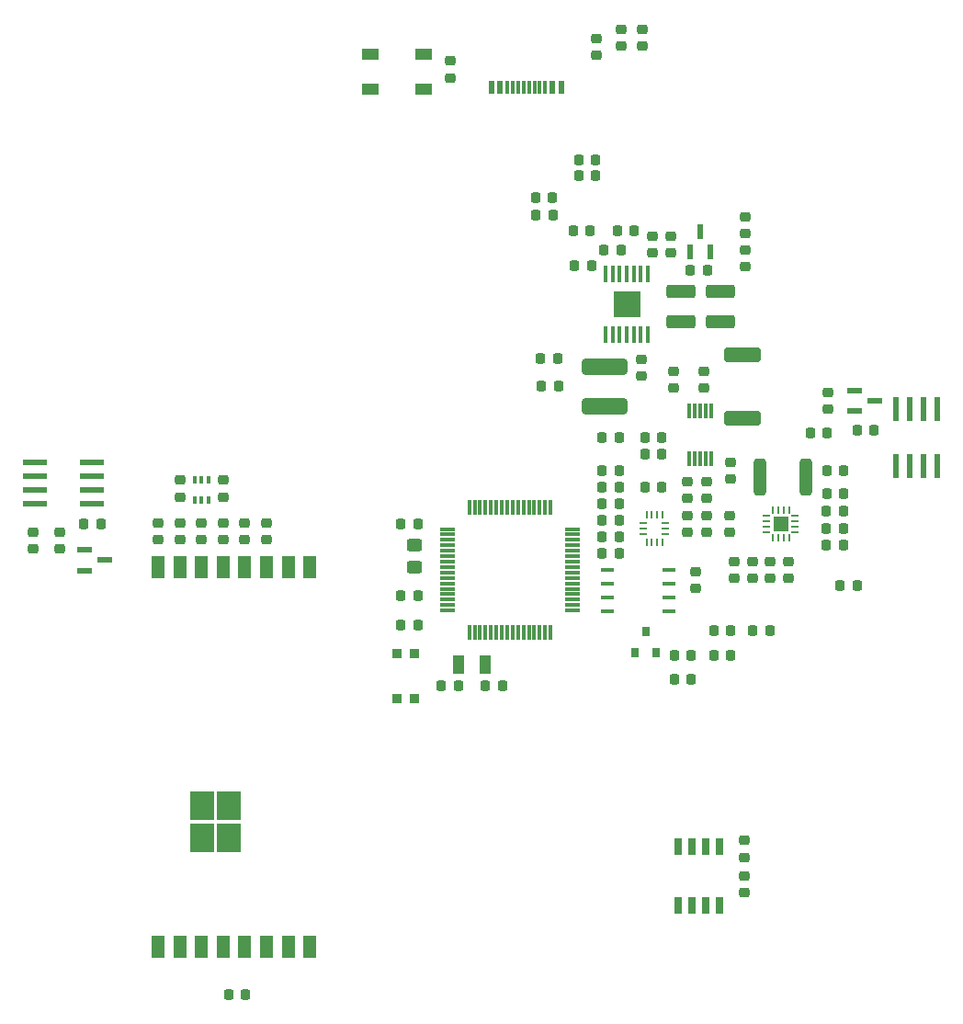
<source format=gtp>
G04 #@! TF.GenerationSoftware,KiCad,Pcbnew,(6.0.5-0)*
G04 #@! TF.CreationDate,2023-01-12T14:03:17-08:00*
G04 #@! TF.ProjectId,mainboard,6d61696e-626f-4617-9264-2e6b69636164,rev?*
G04 #@! TF.SameCoordinates,Original*
G04 #@! TF.FileFunction,Paste,Top*
G04 #@! TF.FilePolarity,Positive*
%FSLAX46Y46*%
G04 Gerber Fmt 4.6, Leading zero omitted, Abs format (unit mm)*
G04 Created by KiCad (PCBNEW (6.0.5-0)) date 2023-01-12 14:03:17*
%MOMM*%
%LPD*%
G01*
G04 APERTURE LIST*
G04 Aperture macros list*
%AMRoundRect*
0 Rectangle with rounded corners*
0 $1 Rounding radius*
0 $2 $3 $4 $5 $6 $7 $8 $9 X,Y pos of 4 corners*
0 Add a 4 corners polygon primitive as box body*
4,1,4,$2,$3,$4,$5,$6,$7,$8,$9,$2,$3,0*
0 Add four circle primitives for the rounded corners*
1,1,$1+$1,$2,$3*
1,1,$1+$1,$4,$5*
1,1,$1+$1,$6,$7*
1,1,$1+$1,$8,$9*
0 Add four rect primitives between the rounded corners*
20,1,$1+$1,$2,$3,$4,$5,0*
20,1,$1+$1,$4,$5,$6,$7,0*
20,1,$1+$1,$6,$7,$8,$9,0*
20,1,$1+$1,$8,$9,$2,$3,0*%
G04 Aperture macros list end*
%ADD10C,0.100000*%
%ADD11RoundRect,0.218750X0.218750X0.256250X-0.218750X0.256250X-0.218750X-0.256250X0.218750X-0.256250X0*%
%ADD12RoundRect,0.218750X-0.218750X-0.256250X0.218750X-0.256250X0.218750X0.256250X-0.218750X0.256250X0*%
%ADD13RoundRect,0.218750X0.256250X-0.218750X0.256250X0.218750X-0.256250X0.218750X-0.256250X-0.218750X0*%
%ADD14RoundRect,0.218750X-0.256250X0.218750X-0.256250X-0.218750X0.256250X-0.218750X0.256250X0.218750X0*%
%ADD15R,0.304800X1.600200*%
%ADD16R,2.460000X2.310000*%
%ADD17R,1.320800X0.558800*%
%ADD18R,0.300000X1.475000*%
%ADD19R,1.475000X0.300000*%
%ADD20R,2.209800X0.609600*%
%ADD21R,0.609600X2.209800*%
%ADD22RoundRect,0.250000X-0.312500X-1.450000X0.312500X-1.450000X0.312500X1.450000X-0.312500X1.450000X0*%
%ADD23R,1.200000X0.450000*%
%ADD24R,0.700000X0.250000*%
%ADD25R,0.250000X0.700000*%
%ADD26R,1.450000X1.450000*%
%ADD27R,0.600000X1.150000*%
%ADD28R,0.300000X1.150000*%
%ADD29R,1.500000X1.000000*%
%ADD30R,0.250000X0.675000*%
%ADD31R,0.675000X0.250000*%
%ADD32RoundRect,0.250000X-0.450000X0.325000X-0.450000X-0.325000X0.450000X-0.325000X0.450000X0.325000X0*%
%ADD33R,1.000000X1.800000*%
%ADD34RoundRect,0.250000X-1.425000X0.425000X-1.425000X-0.425000X1.425000X-0.425000X1.425000X0.425000X0*%
%ADD35RoundRect,0.333000X-1.767000X0.417000X-1.767000X-0.417000X1.767000X-0.417000X1.767000X0.417000X0*%
%ADD36R,0.558800X1.320800*%
%ADD37RoundRect,0.250000X1.075000X-0.375000X1.075000X0.375000X-1.075000X0.375000X-1.075000X-0.375000X0*%
%ADD38R,0.330200X1.350000*%
%ADD39R,1.300000X2.000000*%
%ADD40R,0.900000X0.900000*%
%ADD41R,0.400000X0.650000*%
%ADD42R,0.800000X0.900000*%
%ADD43R,0.650000X1.525000*%
G04 APERTURE END LIST*
G36*
X158046100Y-81213096D02*
G01*
X155586100Y-81213096D01*
X155586100Y-78903096D01*
X158046100Y-78903096D01*
X158046100Y-81213096D01*
G37*
G36*
X118728800Y-130416300D02*
G01*
X116633300Y-130416300D01*
X116633300Y-127939800D01*
X118728800Y-127939800D01*
X118728800Y-130416300D01*
G37*
D10*
X118728800Y-130416300D02*
X116633300Y-130416300D01*
X116633300Y-127939800D01*
X118728800Y-127939800D01*
X118728800Y-130416300D01*
G36*
X118728800Y-127452966D02*
G01*
X116633300Y-127452966D01*
X116633300Y-124976466D01*
X118728800Y-124976466D01*
X118728800Y-127452966D01*
G37*
X118728800Y-127452966D02*
X116633300Y-127452966D01*
X116633300Y-124976466D01*
X118728800Y-124976466D01*
X118728800Y-127452966D01*
G36*
X121141800Y-130416300D02*
G01*
X119046300Y-130416300D01*
X119046300Y-127939800D01*
X121141800Y-127939800D01*
X121141800Y-130416300D01*
G37*
X121141800Y-130416300D02*
X119046300Y-130416300D01*
X119046300Y-127939800D01*
X121141800Y-127939800D01*
X121141800Y-130416300D01*
G36*
X121141800Y-127452966D02*
G01*
X119046300Y-127452966D01*
X119046300Y-124976466D01*
X121141800Y-124976466D01*
X121141800Y-127452966D01*
G37*
X121141800Y-127452966D02*
X119046300Y-127452966D01*
X119046300Y-124976466D01*
X121141800Y-124976466D01*
X121141800Y-127452966D01*
D11*
X176809500Y-95377000D03*
X175234500Y-95377000D03*
D12*
X176475600Y-105966096D03*
X178050600Y-105966096D03*
D13*
X168402000Y-105308500D03*
X168402000Y-103733500D03*
D12*
X175205600Y-99097896D03*
X176780600Y-99097896D03*
X175205600Y-102235000D03*
X176780600Y-102235000D03*
D14*
X166291134Y-99501696D03*
X166291134Y-101076696D03*
D12*
X178028500Y-91694000D03*
X179603500Y-91694000D03*
D15*
X158766134Y-77289496D03*
X158116121Y-77289496D03*
X157466112Y-77289496D03*
X156816100Y-77289496D03*
X156166088Y-77289496D03*
X155516079Y-77289496D03*
X154866066Y-77289496D03*
X154866066Y-82826696D03*
X155516079Y-82826696D03*
X156166088Y-82826696D03*
X156816100Y-82826696D03*
X157466112Y-82826696D03*
X158116121Y-82826696D03*
X158766134Y-82826696D03*
D16*
X156816100Y-80058096D03*
D12*
X148945500Y-87630000D03*
X150520500Y-87630000D03*
X148853100Y-85090000D03*
X150428100Y-85090000D03*
D13*
X158178500Y-86703000D03*
X158178500Y-85128000D03*
D11*
X153568500Y-76517500D03*
X151993500Y-76517500D03*
X156299000Y-75057000D03*
X154724000Y-75057000D03*
D17*
X177783800Y-87995596D03*
X177783800Y-89900596D03*
X179663400Y-88948096D03*
D14*
X166751000Y-103733500D03*
X166751000Y-105308500D03*
D12*
X162661500Y-76962000D03*
X164236500Y-76962000D03*
D18*
X142300000Y-110259000D03*
X142800000Y-110259000D03*
X143300000Y-110259000D03*
X143800000Y-110259000D03*
X144300000Y-110259000D03*
X144800000Y-110259000D03*
X145300000Y-110259000D03*
X145800000Y-110259000D03*
X146300000Y-110259000D03*
X146800000Y-110259000D03*
X147300000Y-110259000D03*
X147800000Y-110259000D03*
X148300000Y-110259000D03*
X148800000Y-110259000D03*
X149300000Y-110259000D03*
X149800000Y-110259000D03*
D19*
X151788000Y-108271000D03*
X151788000Y-107771000D03*
X151788000Y-107271000D03*
X151788000Y-106771000D03*
X151788000Y-106271000D03*
X151788000Y-105771000D03*
X151788000Y-105271000D03*
X151788000Y-104771000D03*
X151788000Y-104271000D03*
X151788000Y-103771000D03*
X151788000Y-103271000D03*
X151788000Y-102771000D03*
X151788000Y-102271000D03*
X151788000Y-101771000D03*
X151788000Y-101271000D03*
X151788000Y-100771000D03*
D18*
X149800000Y-98783000D03*
X149300000Y-98783000D03*
X148800000Y-98783000D03*
X148300000Y-98783000D03*
X147800000Y-98783000D03*
X147300000Y-98783000D03*
X146800000Y-98783000D03*
X146300000Y-98783000D03*
X145800000Y-98783000D03*
X145300000Y-98783000D03*
X144800000Y-98783000D03*
X144300000Y-98783000D03*
X143800000Y-98783000D03*
X143300000Y-98783000D03*
X142800000Y-98783000D03*
X142300000Y-98783000D03*
D19*
X140312000Y-100771000D03*
X140312000Y-101271000D03*
X140312000Y-101771000D03*
X140312000Y-102271000D03*
X140312000Y-102771000D03*
X140312000Y-103271000D03*
X140312000Y-103771000D03*
X140312000Y-104271000D03*
X140312000Y-104771000D03*
X140312000Y-105271000D03*
X140312000Y-105771000D03*
X140312000Y-106271000D03*
X140312000Y-106771000D03*
X140312000Y-107271000D03*
X140312000Y-107771000D03*
X140312000Y-108271000D03*
D20*
X107518200Y-98425000D03*
X107518200Y-97155000D03*
X107518200Y-95885000D03*
X107518200Y-94615000D03*
X102285800Y-94615000D03*
X102285800Y-95885000D03*
X102285800Y-97155000D03*
X102285800Y-98425000D03*
D14*
X102115100Y-101046596D03*
X102115100Y-102621596D03*
D17*
X106839604Y-102679500D03*
X106839604Y-104584500D03*
X108719204Y-103632000D03*
D11*
X108356500Y-100330000D03*
X106781500Y-100330000D03*
D21*
X185420000Y-89712800D03*
X184150000Y-89712800D03*
X182880000Y-89712800D03*
X181610000Y-89712800D03*
X181610000Y-94945200D03*
X182880000Y-94945200D03*
X184150000Y-94945200D03*
X185420000Y-94945200D03*
D22*
X169058500Y-96012000D03*
X173333500Y-96012000D03*
D12*
X135991500Y-100330000D03*
X137566500Y-100330000D03*
D23*
X154996000Y-104521000D03*
X154996000Y-105791000D03*
X154996000Y-107061000D03*
X154996000Y-108331000D03*
X160726000Y-108331000D03*
X160726000Y-107061000D03*
X160726000Y-105791000D03*
X160726000Y-104521000D03*
D12*
X154533500Y-95377000D03*
X156108500Y-95377000D03*
D24*
X172316100Y-101046496D03*
X172316100Y-100546496D03*
X172316100Y-100046496D03*
X172316100Y-99546496D03*
D25*
X171766100Y-98996496D03*
X171266100Y-98996496D03*
X170766100Y-98996496D03*
X170266100Y-98996496D03*
D24*
X169716100Y-99546496D03*
X169716100Y-100046496D03*
X169716100Y-100546496D03*
X169716100Y-101046496D03*
D25*
X170266100Y-101596496D03*
X170766100Y-101596496D03*
X171266100Y-101596496D03*
X171766100Y-101596496D03*
D26*
X171016100Y-100296496D03*
D11*
X137566500Y-109601000D03*
X135991500Y-109601000D03*
D27*
X150756600Y-60061800D03*
X149956600Y-60061800D03*
D28*
X148806600Y-60061800D03*
X147806600Y-60061800D03*
X147306600Y-60061800D03*
X146306600Y-60061800D03*
D27*
X145156600Y-60061800D03*
X144356600Y-60061800D03*
D28*
X145806600Y-60061800D03*
X146806600Y-60061800D03*
X148306600Y-60061800D03*
X149306600Y-60061800D03*
D13*
X154051000Y-57155500D03*
X154051000Y-55580500D03*
D14*
X158254700Y-54711500D03*
X158254700Y-56286500D03*
D11*
X153949500Y-66776600D03*
X152374500Y-66776600D03*
D12*
X148437500Y-71818500D03*
X150012500Y-71818500D03*
D14*
X159194500Y-73761500D03*
X159194500Y-75336500D03*
D12*
X151866500Y-73279000D03*
X153441500Y-73279000D03*
D29*
X138086000Y-60274000D03*
X138086000Y-57074000D03*
X133186000Y-57074000D03*
X133186000Y-60274000D03*
D12*
X168440000Y-110147100D03*
X170015000Y-110147100D03*
D11*
X156108500Y-102997000D03*
X154533500Y-102997000D03*
D14*
X162433000Y-99501696D03*
X162433000Y-101076696D03*
D30*
X158635000Y-101973000D03*
X159135000Y-101973000D03*
X159635000Y-101973000D03*
X160135000Y-101973000D03*
D31*
X160397000Y-101211000D03*
X160397000Y-100711000D03*
X160397000Y-100211000D03*
D30*
X160135000Y-99449000D03*
X159635000Y-99449000D03*
X159135000Y-99449000D03*
X158635000Y-99449000D03*
D31*
X158373000Y-100211000D03*
X158373000Y-100711000D03*
X158373000Y-101211000D03*
D13*
X164211000Y-101076696D03*
X164211000Y-99501696D03*
D14*
X163195000Y-104670596D03*
X163195000Y-106245596D03*
D12*
X135991500Y-106934000D03*
X137566500Y-106934000D03*
D32*
X137287000Y-102226000D03*
X137287000Y-104276000D03*
D12*
X175205600Y-100700296D03*
X176780600Y-100700296D03*
X175234500Y-97536000D03*
X176809500Y-97536000D03*
D13*
X140589000Y-59207500D03*
X140589000Y-57632500D03*
D11*
X157505500Y-73279000D03*
X155930500Y-73279000D03*
D12*
X148399500Y-70231000D03*
X149974500Y-70231000D03*
X154533500Y-99949000D03*
X156108500Y-99949000D03*
X154533500Y-101473000D03*
X156108500Y-101473000D03*
D11*
X160045500Y-96901000D03*
X158470500Y-96901000D03*
X156108500Y-98425000D03*
X154533500Y-98425000D03*
D13*
X162433000Y-97942500D03*
X162433000Y-96367500D03*
X164211000Y-97942500D03*
X164211000Y-96367500D03*
D12*
X158470500Y-93853000D03*
X160045500Y-93853000D03*
D13*
X166370000Y-96164500D03*
X166370000Y-94589500D03*
D11*
X156108500Y-96901000D03*
X154533500Y-96901000D03*
D12*
X143789300Y-115183920D03*
X145364300Y-115183920D03*
D33*
X141294800Y-113278920D03*
X143794800Y-113278920D03*
D11*
X141300300Y-115183920D03*
X139725300Y-115183920D03*
D12*
X154533500Y-92329000D03*
X156108500Y-92329000D03*
D13*
X160909000Y-75336500D03*
X160909000Y-73761500D03*
X156293500Y-56286500D03*
X156293500Y-54711500D03*
D34*
X167513000Y-84730000D03*
X167513000Y-90530000D03*
D35*
X154813000Y-85830000D03*
X154813000Y-89430000D03*
D36*
X162623500Y-75234800D03*
X164528500Y-75234800D03*
X163576000Y-73355200D03*
D11*
X175285500Y-91948000D03*
X173710500Y-91948000D03*
D14*
X175387000Y-88160596D03*
X175387000Y-89735596D03*
D37*
X161769100Y-81712096D03*
X161769100Y-78912096D03*
X165481000Y-81712096D03*
X165481000Y-78912096D03*
D12*
X158470500Y-92329000D03*
X160045500Y-92329000D03*
D14*
X167767000Y-71983500D03*
X167767000Y-73558500D03*
X163957000Y-86207500D03*
X163957000Y-87782500D03*
D38*
X164576001Y-89905000D03*
X164075999Y-89905000D03*
X163576000Y-89905000D03*
X163076001Y-89905000D03*
X162575999Y-89905000D03*
X162575999Y-94255000D03*
X163076001Y-94255000D03*
X163576000Y-94255000D03*
X164075999Y-94255000D03*
X164576001Y-94255000D03*
D39*
X113629100Y-139266000D03*
X115629100Y-139266000D03*
X117629100Y-139266000D03*
X119629100Y-139266000D03*
X121629100Y-139266000D03*
X123629100Y-139266000D03*
X125629100Y-139266000D03*
X127629100Y-139266000D03*
X127629100Y-104266000D03*
X125629100Y-104266000D03*
X123629100Y-104266000D03*
X121629100Y-104266000D03*
X119629100Y-104266000D03*
X117629100Y-104266000D03*
X115629100Y-104266000D03*
X113629100Y-104266000D03*
D14*
X170053000Y-103733500D03*
X170053000Y-105308500D03*
X171703040Y-103733500D03*
X171703040Y-105308500D03*
D40*
X135661500Y-112250000D03*
X135661500Y-116350000D03*
X137261500Y-112250000D03*
X137261500Y-116350000D03*
D13*
X167767000Y-76606500D03*
X167767000Y-75031500D03*
X115629100Y-101752500D03*
X115629100Y-100177500D03*
X113629100Y-101752500D03*
X113629100Y-100177500D03*
D14*
X119629100Y-100177500D03*
X119629100Y-101752500D03*
D13*
X121629100Y-101752500D03*
X121629100Y-100177500D03*
X119629100Y-97840900D03*
X119629100Y-96265900D03*
D41*
X116979100Y-98105000D03*
X117629100Y-98105000D03*
X118279100Y-98105000D03*
X118279100Y-96205000D03*
X117629100Y-96205000D03*
X116979100Y-96205000D03*
D11*
X166395500Y-110147100D03*
X164820500Y-110147100D03*
D12*
X161201000Y-114642900D03*
X162776000Y-114642900D03*
X161201000Y-112395000D03*
X162776000Y-112395000D03*
X164820500Y-112395000D03*
X166395500Y-112395000D03*
D14*
X115629100Y-96265900D03*
X115629100Y-97840900D03*
X117629100Y-100177500D03*
X117629100Y-101752500D03*
X123629100Y-100177500D03*
X123629100Y-101752500D03*
D42*
X157609500Y-112188500D03*
X159509500Y-112188500D03*
X158559500Y-110188500D03*
D12*
X120116500Y-143637000D03*
X121691500Y-143637000D03*
D14*
X167640000Y-129463700D03*
X167640000Y-131038700D03*
X167640000Y-132689500D03*
X167640000Y-134264500D03*
D12*
X152374500Y-68199000D03*
X153949500Y-68199000D03*
D13*
X104553500Y-102621596D03*
X104553500Y-101046596D03*
D14*
X161163000Y-86207500D03*
X161163000Y-87782500D03*
D43*
X161544000Y-135427000D03*
X162814000Y-135427000D03*
X164084000Y-135427000D03*
X165354000Y-135427000D03*
X165354000Y-130003000D03*
X164084000Y-130003000D03*
X162814000Y-130003000D03*
X161544000Y-130003000D03*
M02*

</source>
